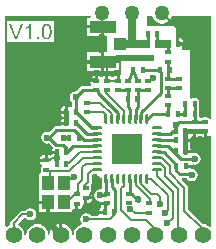
<source format=gtl>
G04 Layer_Physical_Order=1*
G04 Layer_Color=255*
%FSAX25Y25*%
%MOIN*%
G70*
G01*
G75*
%ADD10R,0.10236X0.10236*%
%ADD11O,0.03347X0.01000*%
%ADD12O,0.01000X0.03347*%
%ADD13R,0.03937X0.04724*%
%ADD14R,0.08661X0.04134*%
%ADD15R,0.03937X0.03937*%
G04:AMPARAMS|DCode=16|XSize=15mil|YSize=20.08mil|CornerRadius=3.75mil|HoleSize=0mil|Usage=FLASHONLY|Rotation=0.000|XOffset=0mil|YOffset=0mil|HoleType=Round|Shape=RoundedRectangle|*
%AMROUNDEDRECTD16*
21,1,0.01500,0.01258,0,0,0.0*
21,1,0.00750,0.02008,0,0,0.0*
1,1,0.00750,0.00375,-0.00629*
1,1,0.00750,-0.00375,-0.00629*
1,1,0.00750,-0.00375,0.00629*
1,1,0.00750,0.00375,0.00629*
%
%ADD16ROUNDEDRECTD16*%
G04:AMPARAMS|DCode=17|XSize=15mil|YSize=20.08mil|CornerRadius=3.75mil|HoleSize=0mil|Usage=FLASHONLY|Rotation=90.000|XOffset=0mil|YOffset=0mil|HoleType=Round|Shape=RoundedRectangle|*
%AMROUNDEDRECTD17*
21,1,0.01500,0.01258,0,0,90.0*
21,1,0.00750,0.02008,0,0,90.0*
1,1,0.00750,0.00629,0.00375*
1,1,0.00750,0.00629,-0.00375*
1,1,0.00750,-0.00629,-0.00375*
1,1,0.00750,-0.00629,0.00375*
%
%ADD17ROUNDEDRECTD17*%
%ADD18C,0.01000*%
%ADD19C,0.00800*%
%ADD20C,0.01500*%
%ADD21C,0.02000*%
%ADD22C,0.02600*%
%ADD23R,0.05365X0.02600*%
%ADD24R,0.09922X0.02600*%
%ADD25C,0.05000*%
%ADD26C,0.05500*%
%ADD27C,0.02362*%
G36*
X0588580Y0337318D02*
X0588080Y0337166D01*
X0587976Y0337322D01*
X0587587Y0337582D01*
X0587129Y0337673D01*
X0585871D01*
X0585413Y0337582D01*
X0585261Y0337481D01*
X0584732Y0337588D01*
X0584520Y0337926D01*
X0584573Y0338189D01*
Y0339447D01*
X0584482Y0339905D01*
X0584400Y0340027D01*
Y0340879D01*
X0584557Y0341113D01*
X0584648Y0341571D01*
Y0342829D01*
X0584557Y0343287D01*
X0584297Y0343676D01*
X0583908Y0343936D01*
X0583450Y0344027D01*
X0582700D01*
X0582241Y0343936D01*
X0582031Y0343795D01*
X0581531Y0344027D01*
Y0360054D01*
X0579020D01*
X0578882Y0360352D01*
X0578835Y0360554D01*
X0579111Y0360968D01*
X0579218Y0361504D01*
Y0361633D01*
X0577441D01*
Y0362133D01*
X0576941D01*
Y0364266D01*
X0576753Y0364421D01*
Y0368055D01*
X0567281D01*
Y0371380D01*
X0568838D01*
X0569138Y0370657D01*
X0569699Y0369926D01*
X0570430Y0369365D01*
X0571281Y0369012D01*
X0572195Y0368892D01*
X0573109Y0369012D01*
X0573960Y0369365D01*
X0574691Y0369926D01*
X0575252Y0370657D01*
X0575552Y0371380D01*
X0588580D01*
Y0337318D01*
D02*
G37*
G36*
X0548390Y0371374D02*
X0548090Y0370874D01*
X0547016D01*
Y0368307D01*
X0552347D01*
Y0367807D01*
X0552847D01*
Y0364740D01*
X0553972D01*
Y0359260D01*
X0552847D01*
Y0356693D01*
X0557678D01*
Y0358498D01*
X0569363D01*
Y0356387D01*
X0558417D01*
Y0351888D01*
X0558129Y0351652D01*
X0558000D01*
Y0349875D01*
X0557000D01*
Y0351652D01*
X0556871D01*
X0556335Y0351545D01*
X0555880Y0351241D01*
X0555420D01*
X0554965Y0351545D01*
X0554429Y0351652D01*
X0554300D01*
Y0349875D01*
X0553300D01*
Y0351652D01*
X0553171D01*
X0552635Y0351545D01*
X0552180Y0351241D01*
X0551920D01*
X0551465Y0351545D01*
X0550929Y0351652D01*
X0550800D01*
Y0349875D01*
X0550300D01*
Y0349375D01*
X0548294D01*
X0548376Y0348963D01*
X0548652Y0348551D01*
X0548603Y0348345D01*
X0548465Y0348051D01*
X0545825D01*
X0545318Y0347950D01*
X0544888Y0347662D01*
X0543496Y0346271D01*
X0543375Y0346295D01*
X0542602Y0346141D01*
X0541947Y0345703D01*
X0541509Y0345048D01*
X0541355Y0344275D01*
X0541509Y0343502D01*
X0541947Y0342846D01*
X0542049Y0342778D01*
Y0341235D01*
X0541755Y0341097D01*
X0541549Y0341048D01*
X0541137Y0341324D01*
X0540725Y0341406D01*
Y0339400D01*
X0540225D01*
Y0338900D01*
X0538448D01*
Y0338771D01*
X0538555Y0338235D01*
X0538859Y0337780D01*
Y0337320D01*
X0538555Y0336865D01*
X0538448Y0336329D01*
Y0336200D01*
X0540225D01*
Y0335200D01*
X0538448D01*
Y0335071D01*
X0538460Y0335012D01*
X0538143Y0334626D01*
X0536820D01*
X0536313Y0334525D01*
X0535883Y0334237D01*
X0534437Y0332791D01*
X0533937Y0332890D01*
X0533164Y0332736D01*
X0532509Y0332298D01*
X0532071Y0331643D01*
X0531917Y0330870D01*
X0532071Y0330097D01*
X0532509Y0329442D01*
X0533164Y0329004D01*
X0533937Y0328850D01*
X0534380Y0328938D01*
X0535775Y0327543D01*
X0535490Y0327116D01*
X0535384Y0326580D01*
Y0326451D01*
X0537161D01*
Y0325451D01*
X0535384D01*
Y0325322D01*
X0535414Y0325170D01*
X0534964Y0324869D01*
X0534739Y0325020D01*
X0534202Y0325127D01*
X0534073D01*
Y0323350D01*
X0533573D01*
Y0322850D01*
X0531567D01*
X0531649Y0322438D01*
X0531953Y0321984D01*
X0531995Y0321955D01*
X0532097Y0321422D01*
X0531837Y0321034D01*
X0531746Y0320575D01*
Y0319825D01*
X0531837Y0319367D01*
X0531900Y0319274D01*
X0531632Y0318774D01*
X0531272D01*
Y0312674D01*
X0531072D01*
Y0309812D01*
X0534040D01*
Y0309312D01*
X0534541D01*
Y0305950D01*
X0537009D01*
Y0306150D01*
X0542321D01*
Y0306721D01*
X0542821Y0307058D01*
X0543111Y0307001D01*
X0543240D01*
Y0308778D01*
X0544240D01*
Y0307001D01*
X0544369D01*
X0544905Y0307107D01*
X0545360Y0307411D01*
X0545664Y0307866D01*
X0545771Y0308403D01*
Y0308693D01*
X0546186Y0309120D01*
X0546315D01*
Y0310897D01*
X0546815D01*
Y0311398D01*
X0548821D01*
X0548739Y0311809D01*
X0548435Y0312264D01*
X0548393Y0312292D01*
X0548291Y0312825D01*
X0548551Y0313214D01*
X0548642Y0313672D01*
Y0314422D01*
X0548551Y0314880D01*
X0548371Y0315149D01*
X0548419Y0315198D01*
X0548685Y0315595D01*
X0548778Y0316063D01*
Y0318302D01*
X0549360Y0318885D01*
X0550508D01*
Y0317297D01*
X0552185D01*
Y0313917D01*
X0551798Y0313600D01*
X0551604Y0313639D01*
X0550831Y0313485D01*
X0550176Y0313047D01*
X0549738Y0312392D01*
X0549584Y0311619D01*
X0549738Y0310846D01*
X0550176Y0310190D01*
X0550831Y0309753D01*
X0551285Y0309662D01*
X0551567Y0309440D01*
X0553756D01*
Y0308440D01*
X0551750D01*
X0551832Y0308028D01*
X0551949Y0307853D01*
X0551704Y0307689D01*
X0551400Y0307234D01*
X0551293Y0306698D01*
Y0306569D01*
X0553070D01*
Y0305569D01*
X0551293D01*
Y0305440D01*
X0551316Y0305324D01*
X0550906Y0304823D01*
X0548540D01*
X0548404Y0305028D01*
X0547748Y0305466D01*
X0546975Y0305620D01*
X0546202Y0305466D01*
X0545547Y0305028D01*
X0545109Y0304373D01*
X0544955Y0303600D01*
X0545109Y0302827D01*
X0545362Y0302448D01*
X0545365Y0302344D01*
X0545177Y0301864D01*
X0544510Y0301588D01*
X0543769Y0301019D01*
X0543200Y0300277D01*
X0542842Y0299414D01*
X0542726Y0298533D01*
X0542204D01*
X0542081Y0299466D01*
X0541703Y0300378D01*
X0541102Y0301162D01*
X0540319Y0301763D01*
X0539406Y0302140D01*
X0538927Y0302203D01*
Y0298487D01*
X0537927D01*
Y0302203D01*
X0537449Y0302140D01*
X0536536Y0301763D01*
X0535753Y0301162D01*
X0535152Y0300378D01*
X0534774Y0299466D01*
X0534651Y0298533D01*
X0534129D01*
X0534013Y0299414D01*
X0533655Y0300277D01*
X0533086Y0301019D01*
X0532344Y0301588D01*
X0531481Y0301946D01*
X0530554Y0302068D01*
X0529627Y0301946D01*
X0528764Y0301588D01*
X0528022Y0301019D01*
X0527453Y0300277D01*
X0527096Y0299414D01*
X0526979Y0298533D01*
X0526255D01*
X0526139Y0299414D01*
X0525782Y0300277D01*
X0525213Y0301019D01*
X0524471Y0301588D01*
X0524397Y0301619D01*
X0524279Y0302208D01*
X0526165Y0304095D01*
X0526745D01*
X0526882Y0303890D01*
X0527537Y0303452D01*
X0528310Y0303298D01*
X0529083Y0303452D01*
X0529738Y0303890D01*
X0530176Y0304545D01*
X0530330Y0305318D01*
X0530176Y0306091D01*
X0529738Y0306746D01*
X0529083Y0307184D01*
X0528310Y0307338D01*
X0527537Y0307184D01*
X0526882Y0306746D01*
X0526745Y0306541D01*
X0525659D01*
X0525190Y0306448D01*
X0524793Y0306183D01*
X0521816Y0303205D01*
X0521550Y0302808D01*
X0521457Y0302340D01*
Y0301823D01*
X0520890Y0301588D01*
X0520386Y0301201D01*
X0519886Y0301447D01*
Y0371380D01*
X0548386D01*
X0548390Y0371374D01*
D02*
G37*
G36*
X0587000Y0331173D02*
X0587129D01*
X0587665Y0331280D01*
X0588080Y0331557D01*
X0588279Y0331511D01*
X0588580Y0331372D01*
Y0301284D01*
X0588080Y0301111D01*
X0587458Y0301588D01*
X0586595Y0301946D01*
X0585781Y0302053D01*
X0580806Y0307029D01*
Y0314252D01*
X0580713Y0314721D01*
X0580447Y0315118D01*
X0578752Y0316813D01*
X0578944Y0317274D01*
X0580474D01*
X0580656Y0317001D01*
X0581312Y0316564D01*
X0582085Y0316410D01*
X0582858Y0316564D01*
X0583513Y0317001D01*
X0583951Y0317657D01*
X0584104Y0318430D01*
X0583951Y0319203D01*
X0583513Y0319858D01*
X0582858Y0320296D01*
X0582290Y0320409D01*
X0581974Y0320670D01*
X0581858Y0320900D01*
X0580075D01*
Y0321900D01*
X0582303D01*
X0582352Y0321926D01*
X0583019Y0321794D01*
X0583792Y0321948D01*
X0584447Y0322385D01*
X0584885Y0323041D01*
X0585039Y0323814D01*
X0584885Y0324587D01*
X0584447Y0325242D01*
X0583792Y0325680D01*
X0583019Y0325834D01*
X0582246Y0325680D01*
X0582027Y0325800D01*
X0579975D01*
Y0326800D01*
X0581752D01*
Y0326929D01*
X0581645Y0327465D01*
X0581341Y0327920D01*
X0581337Y0328524D01*
X0581545Y0328835D01*
X0581652Y0329371D01*
Y0329500D01*
X0579875D01*
Y0330500D01*
X0581652D01*
Y0330629D01*
X0581597Y0330904D01*
X0581733Y0331056D01*
X0582036Y0331260D01*
X0582471Y0331173D01*
X0582600D01*
Y0332950D01*
X0583600D01*
Y0331173D01*
X0583729D01*
X0584265Y0331280D01*
X0584415Y0331380D01*
X0584800Y0331549D01*
X0585185Y0331380D01*
X0585335Y0331280D01*
X0585871Y0331173D01*
X0586000D01*
Y0332950D01*
X0587000D01*
Y0331173D01*
D02*
G37*
%LPC*%
G36*
X0577941Y0364139D02*
Y0362633D01*
X0579218D01*
Y0362762D01*
X0579111Y0363298D01*
X0578807Y0363753D01*
X0578352Y0364057D01*
X0577941Y0364139D01*
D02*
G37*
G36*
X0551847Y0367307D02*
X0547016D01*
Y0364740D01*
X0551847D01*
Y0367307D01*
D02*
G37*
G36*
X0536156Y0369637D02*
X0520425D01*
Y0362883D01*
X0536156D01*
Y0369637D01*
D02*
G37*
G36*
X0551847Y0359260D02*
X0547016D01*
Y0356693D01*
X0551847D01*
Y0359260D01*
D02*
G37*
G36*
X0557678Y0355693D02*
X0552847D01*
Y0353126D01*
X0557678D01*
Y0355693D01*
D02*
G37*
G36*
X0551847D02*
X0547016D01*
Y0353126D01*
X0551847D01*
Y0355693D01*
D02*
G37*
G36*
X0549800Y0351652D02*
X0549671D01*
X0549135Y0351545D01*
X0548680Y0351241D01*
X0548376Y0350786D01*
X0548294Y0350375D01*
X0549800D01*
Y0351652D01*
D02*
G37*
G36*
X0539725Y0341406D02*
X0539314Y0341324D01*
X0538859Y0341020D01*
X0538555Y0340565D01*
X0538448Y0340029D01*
Y0339900D01*
X0539725D01*
Y0341406D01*
D02*
G37*
G36*
X0533073Y0325127D02*
X0532944D01*
X0532408Y0325020D01*
X0531953Y0324716D01*
X0531649Y0324261D01*
X0531567Y0323850D01*
X0533073D01*
Y0325127D01*
D02*
G37*
G36*
X0548821Y0310398D02*
X0547315D01*
Y0309120D01*
X0547444D01*
X0547980Y0309227D01*
X0548435Y0309531D01*
X0548739Y0309986D01*
X0548821Y0310398D01*
D02*
G37*
G36*
X0533540Y0308812D02*
X0531072D01*
Y0305950D01*
X0533540D01*
Y0308812D01*
D02*
G37*
%LPD*%
G36*
X0523867Y0363768D02*
X0523184D01*
X0521225Y0368814D01*
X0521955D01*
X0523260Y0365150D01*
Y0365143D01*
X0523268Y0365127D01*
X0523276Y0365104D01*
X0523291Y0365073D01*
X0523314Y0364989D01*
X0523353Y0364881D01*
X0523399Y0364751D01*
X0523445Y0364613D01*
X0523529Y0364321D01*
Y0364329D01*
X0523537Y0364336D01*
X0523545Y0364359D01*
X0523552Y0364390D01*
X0523575Y0364474D01*
X0523606Y0364582D01*
X0523644Y0364705D01*
X0523691Y0364843D01*
X0523744Y0364997D01*
X0523798Y0365150D01*
X0525165Y0368814D01*
X0525841D01*
X0523867Y0363768D01*
D02*
G37*
G36*
X0531163D02*
X0530457D01*
Y0364474D01*
X0531163D01*
Y0363768D01*
D02*
G37*
G36*
X0528529D02*
X0527907D01*
Y0367715D01*
X0527899Y0367708D01*
X0527868Y0367677D01*
X0527815Y0367639D01*
X0527745Y0367585D01*
X0527661Y0367516D01*
X0527561Y0367447D01*
X0527446Y0367362D01*
X0527315Y0367285D01*
X0527308D01*
X0527300Y0367278D01*
X0527254Y0367247D01*
X0527185Y0367209D01*
X0527100Y0367162D01*
X0527001Y0367109D01*
X0526893Y0367063D01*
X0526778Y0367009D01*
X0526670Y0366963D01*
Y0367569D01*
X0526678D01*
X0526693Y0367577D01*
X0526724Y0367593D01*
X0526755Y0367616D01*
X0526801Y0367639D01*
X0526855Y0367662D01*
X0526977Y0367731D01*
X0527116Y0367815D01*
X0527269Y0367915D01*
X0527423Y0368030D01*
X0527569Y0368153D01*
X0527577Y0368161D01*
X0527584Y0368168D01*
X0527630Y0368215D01*
X0527699Y0368284D01*
X0527784Y0368368D01*
X0527876Y0368476D01*
X0527968Y0368591D01*
X0528053Y0368714D01*
X0528122Y0368837D01*
X0528529D01*
Y0363768D01*
D02*
G37*
G36*
X0533859Y0368829D02*
X0533951Y0368814D01*
X0534059Y0368798D01*
X0534181Y0368767D01*
X0534304Y0368722D01*
X0534419Y0368668D01*
X0534435Y0368660D01*
X0534473Y0368637D01*
X0534527Y0368599D01*
X0534604Y0368552D01*
X0534681Y0368483D01*
X0534765Y0368399D01*
X0534850Y0368307D01*
X0534926Y0368199D01*
X0534934Y0368184D01*
X0534957Y0368145D01*
X0534995Y0368076D01*
X0535042Y0367992D01*
X0535088Y0367884D01*
X0535141Y0367754D01*
X0535195Y0367608D01*
X0535241Y0367447D01*
Y0367439D01*
X0535249Y0367424D01*
Y0367401D01*
X0535257Y0367362D01*
X0535272Y0367324D01*
X0535280Y0367270D01*
X0535287Y0367201D01*
X0535303Y0367132D01*
X0535310Y0367047D01*
X0535318Y0366963D01*
X0535333Y0366863D01*
X0535341Y0366755D01*
X0535349Y0366640D01*
Y0366525D01*
X0535356Y0366256D01*
Y0366248D01*
Y0366218D01*
Y0366172D01*
Y0366110D01*
X0535349Y0366034D01*
Y0365949D01*
X0535341Y0365849D01*
X0535333Y0365742D01*
X0535310Y0365511D01*
X0535280Y0365273D01*
X0535233Y0365035D01*
X0535203Y0364928D01*
X0535172Y0364820D01*
Y0364812D01*
X0535164Y0364797D01*
X0535157Y0364766D01*
X0535141Y0364728D01*
X0535118Y0364682D01*
X0535095Y0364636D01*
X0535034Y0364513D01*
X0534957Y0364375D01*
X0534865Y0364236D01*
X0534757Y0364098D01*
X0534627Y0363975D01*
X0534619D01*
X0534611Y0363960D01*
X0534588Y0363952D01*
X0534565Y0363929D01*
X0534481Y0363883D01*
X0534381Y0363829D01*
X0534243Y0363775D01*
X0534089Y0363730D01*
X0533913Y0363699D01*
X0533713Y0363683D01*
X0533644D01*
X0533590Y0363691D01*
X0533529Y0363699D01*
X0533460Y0363714D01*
X0533383Y0363730D01*
X0533298Y0363745D01*
X0533114Y0363806D01*
X0533014Y0363852D01*
X0532922Y0363898D01*
X0532822Y0363960D01*
X0532730Y0364029D01*
X0532645Y0364106D01*
X0532561Y0364198D01*
X0532553Y0364206D01*
X0532538Y0364229D01*
X0532515Y0364267D01*
X0532484Y0364321D01*
X0532446Y0364390D01*
X0532407Y0364474D01*
X0532361Y0364574D01*
X0532315Y0364697D01*
X0532269Y0364828D01*
X0532223Y0364981D01*
X0532185Y0365150D01*
X0532146Y0365335D01*
X0532115Y0365542D01*
X0532092Y0365757D01*
X0532077Y0366003D01*
X0532069Y0366256D01*
Y0366264D01*
Y0366295D01*
Y0366341D01*
Y0366402D01*
X0532077Y0366479D01*
Y0366563D01*
X0532085Y0366663D01*
X0532092Y0366771D01*
X0532115Y0367001D01*
X0532146Y0367239D01*
X0532185Y0367477D01*
X0532215Y0367585D01*
X0532246Y0367692D01*
Y0367700D01*
X0532254Y0367715D01*
X0532269Y0367746D01*
X0532284Y0367785D01*
X0532300Y0367831D01*
X0532323Y0367884D01*
X0532384Y0368007D01*
X0532461Y0368145D01*
X0532553Y0368284D01*
X0532661Y0368414D01*
X0532791Y0368537D01*
X0532799D01*
X0532807Y0368552D01*
X0532830Y0368568D01*
X0532860Y0368583D01*
X0532937Y0368629D01*
X0533045Y0368691D01*
X0533175Y0368744D01*
X0533337Y0368791D01*
X0533513Y0368821D01*
X0533713Y0368837D01*
X0533782D01*
X0533859Y0368829D01*
D02*
G37*
%LPC*%
G36*
X0533705Y0368322D02*
X0533667D01*
X0533636Y0368314D01*
X0533559Y0368307D01*
X0533460Y0368276D01*
X0533352Y0368230D01*
X0533237Y0368168D01*
X0533121Y0368076D01*
X0533068Y0368015D01*
X0533022Y0367953D01*
Y0367946D01*
X0533006Y0367930D01*
X0532991Y0367900D01*
X0532976Y0367861D01*
X0532953Y0367808D01*
X0532922Y0367746D01*
X0532891Y0367662D01*
X0532868Y0367569D01*
X0532837Y0367462D01*
X0532807Y0367339D01*
X0532784Y0367201D01*
X0532753Y0367039D01*
X0532737Y0366871D01*
X0532722Y0366686D01*
X0532707Y0366479D01*
Y0366256D01*
Y0366241D01*
Y0366202D01*
Y0366141D01*
X0532715Y0366056D01*
Y0365957D01*
X0532722Y0365842D01*
X0532730Y0365711D01*
X0532745Y0365580D01*
X0532776Y0365304D01*
X0532830Y0365027D01*
X0532860Y0364904D01*
X0532899Y0364789D01*
X0532945Y0364682D01*
X0532991Y0364597D01*
Y0364590D01*
X0533006Y0364582D01*
X0533045Y0364536D01*
X0533106Y0364467D01*
X0533191Y0364398D01*
X0533298Y0364321D01*
X0533421Y0364252D01*
X0533559Y0364206D01*
X0533636Y0364198D01*
X0533713Y0364190D01*
X0533751D01*
X0533782Y0364198D01*
X0533859Y0364213D01*
X0533959Y0364244D01*
X0534074Y0364290D01*
X0534189Y0364359D01*
X0534250Y0364405D01*
X0534312Y0364467D01*
X0534373Y0364528D01*
X0534427Y0364597D01*
Y0364605D01*
X0534443Y0364620D01*
X0534458Y0364643D01*
X0534473Y0364682D01*
X0534496Y0364728D01*
X0534519Y0364797D01*
X0534542Y0364874D01*
X0534573Y0364958D01*
X0534604Y0365066D01*
X0534627Y0365181D01*
X0534650Y0365319D01*
X0534673Y0365473D01*
X0534696Y0365642D01*
X0534704Y0365826D01*
X0534719Y0366034D01*
Y0366256D01*
Y0366271D01*
Y0366310D01*
Y0366371D01*
X0534711Y0366456D01*
Y0366556D01*
X0534704Y0366671D01*
X0534696Y0366794D01*
X0534681Y0366932D01*
X0534650Y0367209D01*
X0534596Y0367477D01*
X0534565Y0367608D01*
X0534527Y0367723D01*
X0534481Y0367823D01*
X0534427Y0367907D01*
Y0367915D01*
X0534412Y0367923D01*
X0534373Y0367969D01*
X0534312Y0368038D01*
X0534228Y0368115D01*
X0534120Y0368192D01*
X0533997Y0368261D01*
X0533859Y0368307D01*
X0533782Y0368314D01*
X0533705Y0368322D01*
D02*
G37*
%LPD*%
D10*
X0560400Y0327100D02*
D03*
D11*
X0550459Y0320210D02*
D03*
Y0322179D02*
D03*
Y0324147D02*
D03*
Y0326116D02*
D03*
Y0328084D02*
D03*
Y0330053D02*
D03*
Y0332021D02*
D03*
Y0333990D02*
D03*
X0570341Y0333990D02*
D03*
Y0332021D02*
D03*
Y0330053D02*
D03*
Y0328084D02*
D03*
Y0326116D02*
D03*
Y0324147D02*
D03*
Y0322179D02*
D03*
Y0320210D02*
D03*
D12*
X0553510Y0337041D02*
D03*
X0555479D02*
D03*
X0557447D02*
D03*
X0559416D02*
D03*
X0561384D02*
D03*
X0563353D02*
D03*
X0565321D02*
D03*
X0567290D02*
D03*
X0567290Y0317159D02*
D03*
X0565321D02*
D03*
X0563353D02*
D03*
X0561384D02*
D03*
X0559416D02*
D03*
X0557447D02*
D03*
X0555479D02*
D03*
X0553510D02*
D03*
D13*
X0534040Y0309312D02*
D03*
Y0315611D02*
D03*
X0539552D02*
D03*
Y0309312D02*
D03*
D14*
X0552347Y0356193D02*
D03*
Y0367807D02*
D03*
D15*
X0558253Y0362000D02*
D03*
D16*
X0577375Y0338775D02*
D03*
X0574225D02*
D03*
X0567440Y0362021D02*
D03*
X0570589D02*
D03*
X0560825Y0343600D02*
D03*
X0563975D02*
D03*
X0565785Y0353427D02*
D03*
X0562635D02*
D03*
X0576925Y0321400D02*
D03*
X0580075D02*
D03*
X0576825Y0326300D02*
D03*
X0579975D02*
D03*
X0576725Y0333000D02*
D03*
X0579875D02*
D03*
X0583075Y0342200D02*
D03*
X0579925D02*
D03*
X0577441Y0362133D02*
D03*
X0574291D02*
D03*
X0570566Y0365562D02*
D03*
X0567416D02*
D03*
X0571562Y0353398D02*
D03*
X0574712D02*
D03*
X0556220Y0306069D02*
D03*
X0553070D02*
D03*
X0543375Y0339400D02*
D03*
X0540225D02*
D03*
X0543375Y0335700D02*
D03*
X0540225D02*
D03*
X0544475Y0330900D02*
D03*
X0541325D02*
D03*
X0540310Y0325951D02*
D03*
X0537161D02*
D03*
X0540239Y0322094D02*
D03*
X0537089D02*
D03*
X0579875Y0330000D02*
D03*
X0576725D02*
D03*
X0583000Y0338818D02*
D03*
X0579850D02*
D03*
D17*
X0574300Y0350450D02*
D03*
Y0347300D02*
D03*
X0574276Y0359357D02*
D03*
Y0356208D02*
D03*
X0567347Y0346754D02*
D03*
Y0349904D02*
D03*
X0560800Y0346725D02*
D03*
Y0349875D02*
D03*
X0553756Y0312089D02*
D03*
Y0308940D02*
D03*
X0561300Y0312075D02*
D03*
Y0308925D02*
D03*
X0567825Y0309058D02*
D03*
Y0305909D02*
D03*
X0586500Y0336100D02*
D03*
Y0332950D02*
D03*
X0583100Y0336100D02*
D03*
Y0332950D02*
D03*
X0574300Y0341700D02*
D03*
Y0344850D02*
D03*
X0577800Y0347300D02*
D03*
Y0350450D02*
D03*
X0564072Y0346754D02*
D03*
Y0349904D02*
D03*
X0557500Y0346725D02*
D03*
Y0349875D02*
D03*
X0553800Y0346725D02*
D03*
Y0349875D02*
D03*
X0550300Y0346725D02*
D03*
Y0349875D02*
D03*
X0547100Y0342575D02*
D03*
Y0339425D02*
D03*
X0543740Y0308778D02*
D03*
Y0311927D02*
D03*
X0533573Y0323350D02*
D03*
Y0320200D02*
D03*
X0546815Y0314047D02*
D03*
Y0310897D02*
D03*
D18*
X0583000Y0336225D02*
X0583125Y0336100D01*
X0578400Y0323800D02*
X0583019D01*
X0574116Y0328084D02*
X0578400Y0323800D01*
X0562151Y0312075D02*
X0564324Y0309902D01*
X0550900Y0345633D02*
Y0346725D01*
X0542900Y0333300D02*
X0546147Y0330053D01*
X0534164Y0330644D02*
X0534356Y0330836D01*
X0534130Y0331063D02*
X0534356Y0330836D01*
X0553510Y0311685D02*
Y0317159D01*
X0556348Y0306069D02*
Y0313417D01*
X0560800Y0341000D02*
Y0346725D01*
X0564000D02*
X0567300D01*
X0564000Y0341100D02*
Y0346725D01*
X0571202Y0353398D02*
X0571700Y0352900D01*
X0570600Y0362021D02*
Y0365562D01*
X0574300Y0359650D02*
Y0362133D01*
X0579900Y0338818D02*
X0579912Y0340401D01*
X0579900Y0338800D02*
X0579900Y0338818D01*
X0567450Y0362021D02*
Y0365562D01*
X0562651Y0353433D02*
X0563999Y0349877D01*
X0562625Y0353500D02*
X0562651Y0353433D01*
X0562598Y0353446D02*
X0562625Y0353500D01*
X0560800Y0349875D02*
X0562598Y0353446D01*
X0574300Y0350450D02*
Y0356500D01*
X0570341Y0326116D02*
X0572680D01*
X0570341Y0330053D02*
X0576672D01*
X0576725Y0330000D01*
X0572680Y0326116D02*
X0576896Y0321900D01*
X0570341Y0328084D02*
X0574116D01*
X0570341Y0332021D02*
X0574721D01*
X0576925Y0319775D02*
Y0321400D01*
Y0319775D02*
X0578100Y0318600D01*
X0582000D01*
X0543375Y0344275D02*
X0545825Y0346725D01*
X0550300D02*
X0550900D01*
X0561384Y0337041D02*
Y0340416D01*
X0557500Y0346725D02*
X0560800D01*
X0563353Y0337041D02*
Y0340453D01*
X0564000Y0341100D01*
X0565321Y0337041D02*
Y0339521D01*
X0574300Y0347300D02*
X0577800D01*
X0579912Y0340401D02*
X0579925Y0342200D01*
X0583075Y0338825D02*
Y0342200D01*
X0543375Y0339400D02*
X0548785Y0333990D01*
X0550459D01*
X0547053Y0332021D02*
X0550459D01*
X0543375Y0335700D02*
X0547053Y0332021D01*
X0546147Y0330053D02*
X0550459D01*
X0542559Y0328084D02*
X0550459D01*
X0540475Y0326000D02*
X0542559Y0328084D01*
X0550900Y0345600D02*
Y0345633D01*
X0560800Y0341000D02*
X0561384Y0340416D01*
X0550900Y0345633D02*
X0557447Y0339086D01*
Y0337041D02*
Y0339086D01*
X0565321Y0339521D02*
X0571700Y0345900D01*
Y0352900D01*
X0574300Y0350450D02*
X0577800D01*
X0574300Y0344850D02*
Y0347300D01*
Y0338850D02*
Y0341700D01*
X0574225Y0338775D02*
X0574300Y0338850D01*
X0569024Y0338775D02*
X0574225D01*
X0567290Y0337041D02*
X0569024Y0338775D01*
X0576725Y0333000D02*
X0576900Y0333175D01*
X0574721Y0332021D02*
X0575700Y0333000D01*
X0576725D01*
X0579566Y0338818D02*
X0579850D01*
X0579544Y0338840D02*
X0579566Y0338818D01*
X0577907Y0338840D02*
X0579544D01*
X0577863Y0338884D02*
X0577907Y0338840D01*
X0583000Y0336225D02*
Y0338818D01*
X0583100Y0336100D02*
X0583125D01*
X0586500D01*
X0561384Y0312159D02*
Y0317159D01*
X0561300Y0312075D02*
X0561384Y0312159D01*
X0561300Y0312075D02*
X0562151D01*
X0543375Y0339400D02*
Y0344275D01*
X0540475Y0326000D02*
Y0326925D01*
X0576900Y0333175D02*
Y0335051D01*
X0577949Y0336100D02*
X0583100D01*
X0576900Y0335051D02*
X0576933Y0335084D01*
X0577949Y0336100D01*
X0536828Y0328364D02*
X0539036D01*
X0540475Y0326925D01*
X0536820Y0333300D02*
X0542900D01*
X0563999Y0349877D02*
X0563999Y0349877D01*
X0565785Y0353427D02*
X0565813Y0353398D01*
X0571202D01*
X0571562D01*
X0571140Y0353460D02*
X0571202Y0353398D01*
X0534356Y0330836D02*
X0536828Y0328364D01*
X0534356Y0330836D02*
X0536820Y0333300D01*
X0564300Y0309878D02*
X0564324Y0309902D01*
X0552432Y0311685D02*
X0553510D01*
X0555479Y0314286D02*
X0556348Y0313417D01*
X0555479Y0314286D02*
Y0317159D01*
X0545825Y0346725D02*
X0550300D01*
X0530184Y0309312D02*
X0534040D01*
Y0304583D02*
Y0309312D01*
X0553070Y0306069D02*
Y0308254D01*
X0553756Y0308940D01*
X0546574Y0307069D02*
X0548196D01*
X0549197Y0306069D01*
X0553070D01*
X0536233Y0356193D02*
X0552347D01*
X0564300Y0309878D02*
X0564400Y0309778D01*
X0546574Y0307069D02*
Y0310695D01*
X0543254Y0304583D02*
X0545740Y0307069D01*
X0546574D01*
X0563999Y0349877D02*
X0564000Y0349875D01*
X0563999Y0349877D02*
X0563999Y0349877D01*
D19*
X0552286Y0357189D02*
Y0367807D01*
Y0357189D02*
X0553800Y0355675D01*
X0546674Y0310056D02*
X0549254Y0312636D01*
X0585349Y0298458D02*
Y0300755D01*
X0577476Y0298458D02*
Y0313731D01*
X0569602Y0298458D02*
Y0300762D01*
X0571530Y0308527D02*
Y0311133D01*
X0541414Y0310414D02*
X0544140Y0313140D01*
X0568029Y0308820D02*
Y0310379D01*
X0546324Y0313845D02*
Y0314832D01*
X0570341Y0324147D02*
X0572244D01*
X0574814Y0321577D01*
X0544716Y0326116D02*
X0550459D01*
X0541100Y0322500D02*
X0544716Y0326116D01*
X0540375Y0322500D02*
X0541100D01*
X0547100Y0339425D02*
X0552408D01*
X0553510Y0338323D01*
Y0337041D02*
Y0338323D01*
X0547100Y0342575D02*
X0551554D01*
X0555479Y0338650D01*
Y0337041D02*
Y0338650D01*
X0553487Y0345613D02*
Y0346413D01*
Y0345613D02*
X0559416Y0339684D01*
Y0337041D02*
Y0339684D01*
X0545754Y0324147D02*
X0550459D01*
X0553800Y0349875D02*
X0557500D01*
X0537973Y0337437D02*
X0540059D01*
X0540225Y0337603D01*
X0553800Y0349875D02*
Y0355675D01*
X0580075Y0321400D02*
X0584615D01*
X0586032Y0322817D01*
Y0326500D01*
X0580174D02*
X0586032D01*
X0535562Y0324100D02*
X0537100D01*
X0534812Y0323350D02*
X0535562Y0324100D01*
X0541207Y0319600D02*
X0545754Y0324147D01*
X0540222Y0310414D02*
X0541414D01*
X0584615Y0321400D02*
X0585326Y0320689D01*
X0544140Y0313140D02*
Y0315310D01*
X0546762Y0322179D02*
X0550459D01*
X0548955Y0320210D02*
X0550459D01*
X0545630Y0321047D02*
X0546762Y0322179D01*
X0544140Y0315310D02*
X0545630Y0316800D01*
Y0321047D01*
X0549254Y0312636D02*
Y0316007D01*
X0550500Y0317253D01*
X0546324Y0314832D02*
X0547554Y0316063D01*
Y0318809D01*
X0548955Y0320210D01*
X0574814Y0319020D02*
Y0321577D01*
X0561476Y0307205D02*
X0563077Y0305605D01*
X0567613D01*
X0577441Y0362133D02*
X0577685Y0361889D01*
X0579894D01*
X0552247Y0367846D02*
Y0372422D01*
Y0367846D02*
X0552286Y0367807D01*
X0547642Y0350376D02*
X0549799D01*
X0572195Y0372422D02*
X0579894Y0364723D01*
Y0361889D02*
Y0364723D01*
X0574814Y0319020D02*
X0579582Y0314252D01*
Y0306522D02*
Y0314252D01*
Y0306522D02*
X0585349Y0300755D01*
X0573862Y0302273D02*
X0575766Y0304177D01*
X0570341Y0318144D02*
Y0320210D01*
Y0318144D02*
X0575766Y0312719D01*
Y0304177D02*
Y0312719D01*
X0571400Y0308600D02*
X0571457D01*
X0571530Y0308527D01*
X0568663Y0317159D02*
X0574024Y0311799D01*
X0567290Y0317159D02*
X0568663D01*
X0573016Y0305602D02*
X0574024Y0306610D01*
Y0311799D01*
X0556220Y0305029D02*
Y0306069D01*
X0570341Y0322179D02*
X0571950D01*
X0573214Y0320914D01*
Y0317992D02*
X0577476Y0313731D01*
X0573214Y0317992D02*
Y0320914D01*
X0558594Y0306706D02*
Y0313953D01*
X0561807Y0303493D02*
X0566872D01*
X0558594Y0306706D02*
X0561807Y0303493D01*
X0558594Y0313953D02*
X0559416Y0314775D01*
Y0317159D01*
X0566872Y0303493D02*
X0569602Y0300762D01*
X0522681Y0298487D02*
Y0302340D01*
X0525659Y0305318D02*
X0528310D01*
X0522681Y0302340D02*
X0525659Y0305318D01*
X0546975Y0303600D02*
X0554790D01*
X0556220Y0305029D01*
X0565321Y0315385D02*
Y0317159D01*
X0563353Y0315055D02*
Y0317159D01*
X0570475Y0312187D02*
X0571530Y0311133D01*
X0565321Y0315385D02*
X0568519Y0312187D01*
X0570475D01*
X0563353Y0315055D02*
X0568029Y0310379D01*
X0533573Y0323350D02*
X0534812D01*
X0534944Y0319600D02*
X0541207D01*
X0534944Y0315850D02*
Y0319600D01*
X0534173D02*
X0534944D01*
X0533573Y0320200D02*
X0534173Y0319600D01*
X0540456Y0315850D02*
X0542284Y0317678D01*
X0542969D01*
D20*
X0579875Y0326295D02*
Y0330000D01*
X0583100Y0332950D02*
X0586500D01*
X0583030Y0333020D02*
X0583100Y0332950D01*
X0580120Y0333020D02*
X0583030D01*
X0579875Y0326295D02*
X0579920Y0326249D01*
X0579875Y0330000D02*
Y0333000D01*
X0540225Y0335700D02*
Y0337603D01*
Y0339400D01*
D21*
X0526478Y0313018D02*
Y0346438D01*
X0534040Y0302874D02*
X0538427Y0298487D01*
X0526478Y0313018D02*
X0530184Y0309312D01*
X0534040Y0302874D02*
Y0304583D01*
X0526478Y0346438D02*
X0536233Y0356193D01*
X0534040Y0304583D02*
X0543254D01*
D22*
X0562321Y0362076D02*
Y0372422D01*
Y0362076D02*
X0562349Y0362047D01*
D23*
X0572359Y0362081D02*
D03*
D24*
X0563209Y0362011D02*
D03*
D25*
X0552247Y0372422D02*
D03*
X0562321D02*
D03*
X0572195D02*
D03*
D26*
X0585668Y0298487D02*
D03*
X0522681D02*
D03*
X0530554D02*
D03*
X0538427D02*
D03*
X0546301D02*
D03*
X0554174D02*
D03*
X0562047D02*
D03*
X0569921D02*
D03*
X0577794D02*
D03*
D27*
X0539622Y0330807D02*
D03*
X0576933Y0335084D02*
D03*
X0583019Y0323814D02*
D03*
X0582085Y0318430D02*
D03*
X0537973Y0337437D02*
D03*
X0537100Y0324100D02*
D03*
X0533937Y0330870D02*
D03*
X0560400Y0327100D02*
D03*
X0563817Y0330685D02*
D03*
X0564032Y0323472D02*
D03*
X0556819Y0323365D02*
D03*
X0556676Y0330756D02*
D03*
X0586032Y0326500D02*
D03*
X0546574Y0307069D02*
D03*
X0561476Y0307205D02*
D03*
X0542969Y0317678D02*
D03*
X0550500Y0317253D02*
D03*
X0551604Y0311619D02*
D03*
X0547642Y0350376D02*
D03*
X0579894Y0361889D02*
D03*
X0573862Y0302273D02*
D03*
X0571400Y0308600D02*
D03*
X0573016Y0305602D02*
D03*
X0546975Y0303600D02*
D03*
X0528310Y0305318D02*
D03*
X0543375Y0344275D02*
D03*
X0568269Y0357468D02*
D03*
X0563268Y0357470D02*
D03*
X0557989Y0357513D02*
D03*
X0568402Y0369182D02*
D03*
X0552174Y0364412D02*
D03*
X0552232Y0359992D02*
D03*
X0557060Y0352488D02*
D03*
X0550545Y0352372D02*
D03*
X0582885Y0357549D02*
D03*
X0583002Y0350627D02*
D03*
X0582769Y0345625D02*
D03*
X0586724Y0369822D02*
D03*
X0579454Y0369473D02*
D03*
X0587190Y0339110D02*
D03*
X0539690Y0369611D02*
D03*
X0522691Y0360521D02*
D03*
X0521691Y0351794D02*
D03*
X0521782Y0343249D02*
D03*
X0521510Y0335795D02*
D03*
X0522055Y0324250D02*
D03*
X0521419Y0306797D02*
D03*
X0527236Y0335704D02*
D03*
X0531509Y0344613D02*
D03*
X0529418Y0354885D02*
D03*
X0542235Y0361248D02*
D03*
X0538508Y0353339D02*
D03*
X0582960Y0314069D02*
D03*
X0586778Y0304343D02*
D03*
X0521345Y0315668D02*
D03*
X0528696Y0314876D02*
D03*
X0528948Y0320603D02*
D03*
X0534549Y0326456D02*
D03*
X0564300Y0310400D02*
D03*
X0582969Y0307866D02*
D03*
X0587125Y0311599D02*
D03*
X0569100Y0350900D02*
D03*
M02*

</source>
